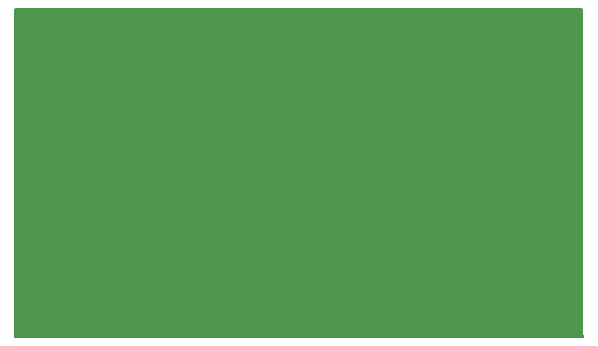
<source format=gbr>
%TF.GenerationSoftware,KiCad,Pcbnew,(6.0.7)*%
%TF.CreationDate,2023-10-07T15:19:58-05:00*%
%TF.ProjectId,Throttle Position Sensor,5468726f-7474-46c6-9520-506f73697469,rev?*%
%TF.SameCoordinates,Original*%
%TF.FileFunction,Soldermask,Top*%
%TF.FilePolarity,Negative*%
%FSLAX46Y46*%
G04 Gerber Fmt 4.6, Leading zero omitted, Abs format (unit mm)*
G04 Created by KiCad (PCBNEW (6.0.7)) date 2023-10-07 15:19:58*
%MOMM*%
%LPD*%
G01*
G04 APERTURE LIST*
%ADD10C,0.150000*%
G04 APERTURE END LIST*
D10*
X123645000Y-85068000D02*
X171626000Y-85068000D01*
X171626000Y-85068000D02*
X171626000Y-112814000D01*
X171626000Y-112814000D02*
X123645000Y-112814000D01*
X123645000Y-112814000D02*
X123645000Y-85068000D01*
G36*
X123645000Y-85068000D02*
G01*
X171626000Y-85068000D01*
X171626000Y-112814000D01*
X123645000Y-112814000D01*
X123645000Y-85068000D01*
G37*
X171626000Y-112814000D02*
X171722000Y-112814000D01*
X171722000Y-112814000D02*
X171722000Y-112671000D01*
X171722000Y-112671000D02*
X171626000Y-112671000D01*
X171626000Y-112671000D02*
X171626000Y-112814000D01*
M02*

</source>
